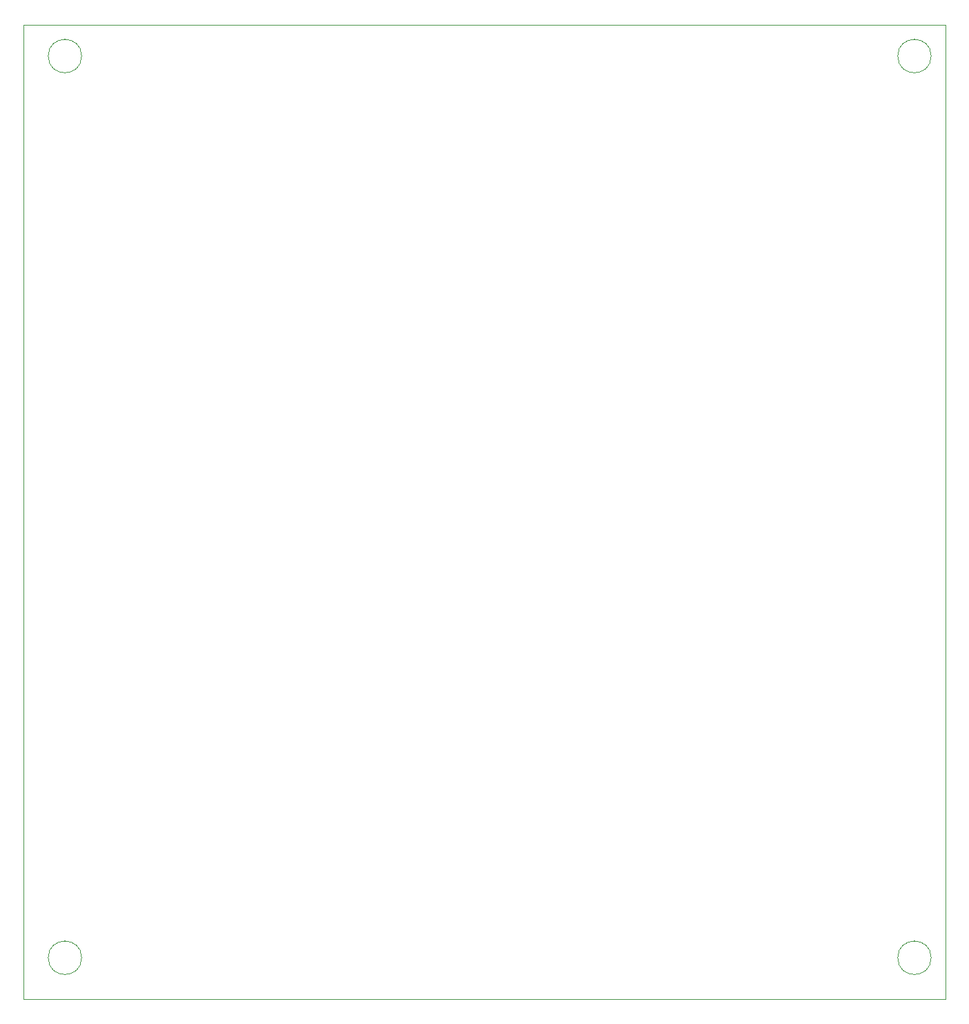
<source format=gbr>
%TF.GenerationSoftware,KiCad,Pcbnew,7.0.9-7.0.9~ubuntu22.04.1*%
%TF.CreationDate,2023-12-14T14:55:04+01:00*%
%TF.ProjectId,odooPad,6f646f6f-5061-4642-9e6b-696361645f70,rev?*%
%TF.SameCoordinates,Original*%
%TF.FileFunction,Profile,NP*%
%FSLAX46Y46*%
G04 Gerber Fmt 4.6, Leading zero omitted, Abs format (unit mm)*
G04 Created by KiCad (PCBNEW 7.0.9-7.0.9~ubuntu22.04.1) date 2023-12-14 14:55:04*
%MOMM*%
%LPD*%
G01*
G04 APERTURE LIST*
%TA.AperFunction,Profile*%
%ADD10C,0.100000*%
%TD*%
G04 APERTURE END LIST*
D10*
X94760000Y-139700000D02*
G75*
G03*
X94760000Y-139700000I-2050000J0D01*
G01*
X87630000Y-25400000D02*
X200660000Y-25400000D01*
X200660000Y-144780000D01*
X87630000Y-144780000D01*
X87630000Y-25400000D01*
X94760000Y-29210000D02*
G75*
G03*
X94760000Y-29210000I-2050000J0D01*
G01*
X198900000Y-29210000D02*
G75*
G03*
X198900000Y-29210000I-2050000J0D01*
G01*
X198900000Y-139700000D02*
G75*
G03*
X198900000Y-139700000I-2050000J0D01*
G01*
M02*

</source>
